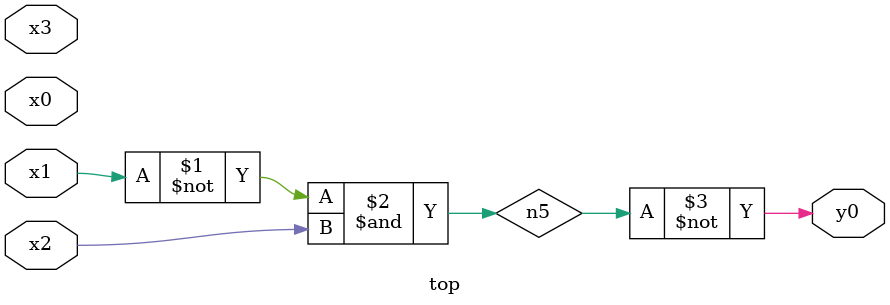
<source format=v>
module top( x0 , x1 , x2 , x3 , y0 );
  input x0 , x1 , x2 , x3 ;
  output y0 ;
  wire n5 ;
  assign n5 = ~x1 & x2 ;
  assign y0 = ~n5 ;
endmodule

</source>
